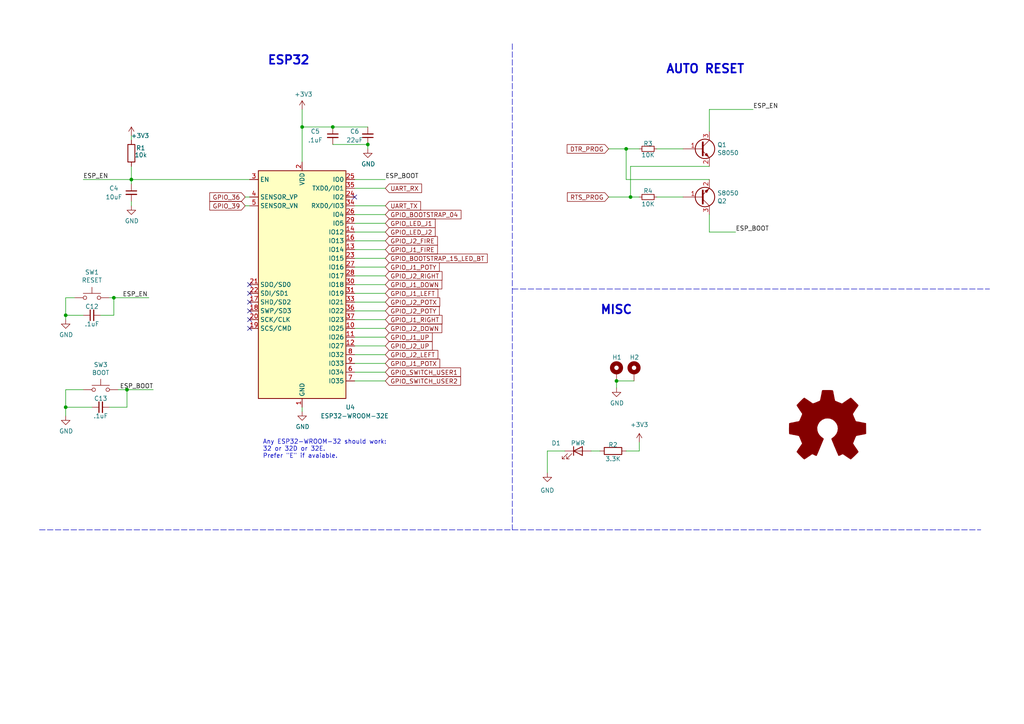
<source format=kicad_sch>
(kicad_sch (version 20211123) (generator eeschema)
  (paper "A4")
  (title_block (title "Unijoysticle 2 A500") (date "2022-05-15") (rev "B") (company "Ricardo Quesada"))
  (lib_symbols
    (symbol "Device:C_Small" (pin_numbers hide) (pin_names (offset 0.254) hide)
      (property "Reference" "C" (at 0.254 1.778 0))
      (property "Value" "C_Small" (at 0.254 -2.032 0))
      (symbol "C_Small_0_1"
        (polyline (pts (xy -1.524 -0.508) (xy 1.524 -0.508)) (stroke (width 0.3302)))
        (polyline (pts (xy -1.524 0.508) (xy 1.524 0.508)) (stroke (width 0.3048)))
      )
      (symbol "C_Small_1_1"
        (pin passive line (at 0 2.54 270) (length 2.032) (name "~") (number "1"))
        (pin passive line (at 0 -2.54 90) (length 2.032) (name "~") (number "2"))
      )
    )
    (symbol "Device:LED" (pin_numbers hide) (pin_names (offset 1.016) hide)
      (property "Reference" "D" (at 0 2.54 0))
      (property "Value" "LED" (at 0 -2.54 0))
      (symbol "LED_0_1"
        (polyline (pts (xy -1.27 -1.27) (xy -1.27 1.27)) (stroke (width 0.254)))
        (polyline (pts (xy -1.27 0) (xy 1.27 0)))
        (polyline (pts (xy 1.27 -1.27) (xy 1.27 1.27) (xy -1.27 0) (xy 1.27 -1.27)) (stroke (width 0.254)))
        (polyline (pts (xy -3.048 -0.762) (xy -4.572 -2.286) (xy -3.81 -2.286) (xy -4.572 -2.286) (xy -4.572 -1.524)))
        (polyline (pts (xy -1.778 -0.762) (xy -3.302 -2.286) (xy -2.54 -2.286) (xy -3.302 -2.286) (xy -3.302 -1.524)))
      )
      (symbol "LED_1_1"
        (pin passive line (at -3.81 0 0) (length 2.54) (name "K") (number "1"))
        (pin passive line (at 3.81 0 180) (length 2.54) (name "A") (number "2"))
      )
    )
    (symbol "Device:Q_NPN_BEC" (pin_names (offset 0) hide)
      (property "Reference" "Q" (at 5.08 1.27 0))
      (property "Value" "Q_NPN_BEC" (at 5.08 -1.27 0))
      (symbol "Q_NPN_BEC_0_1"
        (polyline (pts (xy 0.635 0.635) (xy 2.54 2.54)))
        (polyline (pts (xy 0.635 -0.635) (xy 2.54 -2.54) (xy 2.54 -2.54)))
        (polyline (pts (xy 0.635 1.905) (xy 0.635 -1.905) (xy 0.635 -1.905)) (stroke (width 0.508)))
        (polyline (pts (xy 1.27 -1.778) (xy 1.778 -1.27) (xy 2.286 -2.286) (xy 1.27 -1.778) (xy 1.27 -1.778)) (fill (type outline)))
        (circle (center 1.27 0) (radius 2.8194) (stroke (width 0.254)))
      )
      (symbol "Q_NPN_BEC_1_1"
        (pin input line (at -5.08 0 0) (length 5.715) (name "B") (number "1"))
        (pin passive line (at 2.54 -5.08 90) (length 2.54) (name "E") (number "2"))
        (pin passive line (at 2.54 5.08 270) (length 2.54) (name "C") (number "3"))
      )
    )
    (symbol "Device:R" (pin_numbers hide) (pin_names (offset 0))
      (property "Reference" "R" (at 2.032 0 90))
      (property "Value" "R" (at 0 0 90))
      (symbol "R_0_1"
        (rectangle (start -1.016 -2.54) (end 1.016 2.54) (stroke (width 0.254)))
      )
      (symbol "R_1_1"
        (pin passive line (at 0 3.81 270) (length 1.27) (name "~") (number "1"))
        (pin passive line (at 0 -3.81 90) (length 1.27) (name "~") (number "2"))
      )
    )
    (symbol "Device:R_Small" (pin_numbers hide) (pin_names (offset 0.254) hide)
      (property "Reference" "R" (at 0.762 0.508 0))
      (property "Value" "R_Small" (at 0.762 -1.016 0))
      (symbol "R_Small_0_1"
        (rectangle (start -0.762 1.778) (end 0.762 -1.778) (stroke (width 0.2032)))
      )
      (symbol "R_Small_1_1"
        (pin passive line (at 0 2.54 270) (length 0.762) (name "~") (number "1"))
        (pin passive line (at 0 -2.54 90) (length 0.762) (name "~") (number "2"))
      )
    )
    (symbol "Graphic:Logo_Open_Hardware_Large" (pin_names (offset 1.016))
      (symbol "Logo_Open_Hardware_Large_1_1"
        (polyline (pts (xy 6.731 -8.7122) (xy 6.6294 -8.6614) (xy 6.35 -8.4836) (xy 5.9944 -8.255) (xy 5.5372 -7.9502) (xy 5.1054 -7.6454) (xy 4.7498 -7.4168) (xy 4.4958 -7.239) (xy 4.3942 -7.1882) (xy 4.318 -7.2136) (xy 4.1148 -7.3152) (xy 3.81 -7.4676) (xy 3.6322 -7.5692) (xy 3.3528 -7.6708) (xy 3.2258 -7.6962) (xy 3.2004 -7.6708) (xy 3.0988 -7.4676) (xy 2.9464 -7.0866) (xy 2.7178 -6.604) (xy 2.4892 -6.0452) (xy 2.2352 -5.4356) (xy 1.9558 -4.826) (xy 1.7272 -4.2164) (xy 1.4986 -3.683) (xy 1.3208 -3.2512) (xy 1.2192 -2.9464) (xy 1.1684 -2.8194) (xy 1.1938 -2.794) (xy 1.3208 -2.667) (xy 1.5748 -2.4892) (xy 2.0828 -2.0574) (xy 2.6162 -1.397) (xy 2.921 -0.6604) (xy 3.048 0.1524) (xy 2.9464 0.9144) (xy 2.6416 1.6256) (xy 2.1336 2.286) (xy 1.524 2.7686) (xy 0.8128 3.0734) (xy 0 3.175) (xy -0.762 3.0988) (xy -1.4986 2.794) (xy -2.159 2.286) (xy -2.4384 1.9812) (xy -2.8194 1.3208) (xy -3.048 0.6096) (xy -3.0734 0.4318) (xy -3.0226 -0.3556) (xy -2.794 -1.0922) (xy -2.3876 -1.7526) (xy -1.8288 -2.3114) (xy -1.7526 -2.3622) (xy -1.4732 -2.5654) (xy -1.2954 -2.6924) (xy -1.1684 -2.8194) (xy -2.159 -5.207) (xy -2.3114 -5.588) (xy -2.5908 -6.2484) (xy -2.8194 -6.8072) (xy -3.0226 -7.2644) (xy -3.1496 -7.5692) (xy -3.2258 -7.6708) (xy -3.2258 -7.6962) (xy -3.302 -7.6962) (xy -3.4798 -7.6454) (xy -3.8354 -7.4676) (xy -4.0386 -7.366) (xy -4.2926 -7.239) (xy -4.4196 -7.1882) (xy -4.5212 -7.239) (xy -4.7498 -7.3914) (xy -5.1054 -7.6454) (xy -5.5372 -7.9248) (xy -5.9436 -8.2042) (xy -6.3246 -8.4582) (xy -6.604 -8.636) (xy -6.731 -8.7122) (xy -6.7564 -8.7122) (xy -6.858 -8.636) (xy -7.0866 -8.4582) (xy -7.4168 -8.1534) (xy -7.874 -7.6962) (xy -7.9502 -7.62) (xy -8.3312 -7.239) (xy -8.636 -6.9088) (xy -8.8392 -6.6802) (xy -8.9154 -6.5786) (xy -8.9154 -6.5786) (xy -8.8392 -6.4516) (xy -8.6614 -6.1722) (xy -8.4328 -5.7912) (xy -8.128 -5.3594) (xy -7.3152 -4.191) (xy -7.7724 -3.0988) (xy -7.8994 -2.7686) (xy -8.0772 -2.3622) (xy -8.2042 -2.0828) (xy -8.255 -1.9558) (xy -8.382 -1.905) (xy -8.6614 -1.8542) (xy -9.0932 -1.7526) (xy -9.6266 -1.651) (xy -10.1092 -1.5748) (xy -10.541 -1.4732) (xy -10.8712 -1.4224) (xy -11.0236 -1.397) (xy -11.049 -1.3716) (xy -11.0744 -1.2954) (xy -11.0998 -1.143) (xy -11.0998 -0.889) (xy -11.1252 -0.4572) (xy -11.1252 0.1524) (xy -11.1252 0.2286) (xy -11.0998 0.8128) (xy -11.0998 1.27) (xy -11.0744 1.5494) (xy -11.0744 1.6764) (xy -11.0744 1.6764) (xy -10.922 1.7018) (xy -10.6172 1.778) (xy -10.16 1.8542) (xy -9.652 1.9558) (xy -9.6012 1.9812) (xy -9.0932 2.0828) (xy -8.636 2.159) (xy -8.3312 2.2352) (xy -8.2042 2.286) (xy -8.1788 2.3114) (xy -8.0772 2.5146) (xy -7.9248 2.8448) (xy -7.747 3.2512) (xy -7.5692 3.6576) (xy -7.4168 4.0386) (xy -7.3152 4.318) (xy -7.2898 4.445) (xy -7.2898 4.445) (xy -7.366 4.572) (xy -7.5438 4.826) (xy -7.7978 5.207) (xy -8.128 5.6642) (xy -8.128 5.6896) (xy -8.4328 6.1468) (xy -8.6868 6.5278) (xy -8.8392 6.7818) (xy -8.9154 6.9088) (xy -8.9154 6.9088) (xy -8.8138 7.0358) (xy -8.5852 7.2898) (xy -8.255 7.6454) (xy -7.874 8.0264) (xy -7.747 8.1534) (xy -7.3152 8.5852) (xy -7.0104 8.8646) (xy -6.8326 8.9916) (xy -6.731 9.0424) (xy -6.731 9.0424) (xy -6.604 8.9408) (xy -6.3246 8.763) (xy -5.9436 8.509) (xy -5.4864 8.2042) (xy -5.461 8.1788) (xy -5.0038 7.874) (xy -4.6482 7.62) (xy -4.3688 7.4422) (xy -4.2672 7.3914) (xy -4.2418 7.3914) (xy -4.064 7.4422) (xy -3.7338 7.5438) (xy -3.3528 7.6962) (xy -2.9464 7.874) (xy -2.5654 8.0264) (xy -2.286 8.1534) (xy -2.159 8.2296) (xy -2.159 8.2296) (xy -2.1082 8.382) (xy -2.032 8.7122) (xy -1.9304 9.1694) (xy -1.8288 9.7282) (xy -1.8034 9.8044) (xy -1.7018 10.3378) (xy -1.6256 10.7696) (xy -1.5748 11.0744) (xy -1.524 11.2014) (xy -1.4478 11.2268) (xy -1.1938 11.2522) (xy -0.8128 11.2522) (xy -0.3302 11.2522) (xy 0.1524 11.2522) (xy 0.6604 11.2522) (xy 1.0668 11.2268) (xy 1.3716 11.2014) (xy 1.4986 11.176) (xy 1.4986 11.176) (xy 1.5494 11.0236) (xy 1.6256 10.6934) (xy 1.7018 10.2108) (xy 1.8288 9.6774) (xy 1.8288 9.5758) (xy 1.9304 9.0424) (xy 2.032 8.6106) (xy 2.0828 8.3058) (xy 2.1336 8.2042) (xy 2.159 8.1788) (xy 2.3876 8.0772) (xy 2.7432 7.9248) (xy 3.175 7.747) (xy 4.191 7.3406) (xy 5.461 8.2042) (xy 5.5626 8.2804) (xy 6.0198 8.5852) (xy 6.3754 8.8392) (xy 6.6294 8.9916) (xy 6.7564 9.0424) (xy 6.7564 9.0424) (xy 6.8834 8.9408) (xy 7.1374 8.7122) (xy 7.4676 8.382) (xy 7.8486 7.9756) (xy 8.1534 7.6962) (xy 8.4836 7.3406) (xy 8.7122 7.112) (xy 8.8392 6.9596) (xy 8.8646 6.858) (xy 8.8646 6.8072) (xy 8.7884 6.6802) (xy 8.6106 6.4008) (xy 8.3312 6.0198) (xy 8.0264 5.588) (xy 7.7978 5.207) (xy 7.5184 4.8006) (xy 7.3406 4.4958) (xy 7.2898 4.3434) (xy 7.2898 4.2926) (xy 7.3914 4.0386) (xy 7.5184 3.683) (xy 7.7216 3.2258) (xy 8.1534 2.2352) (xy 8.7884 2.1082) (xy 9.1948 2.0574) (xy 9.7536 1.9304) (xy 10.2616 1.8288) (xy 11.0998 1.6764) (xy 11.1252 -1.3208) (xy 10.9982 -1.3716) (xy 10.8712 -1.397) (xy 10.5664 -1.4732) (xy 10.1346 -1.5494) (xy 9.6266 -1.651) (xy 9.1948 -1.7272) (xy 8.7376 -1.8288) (xy 8.4328 -1.8796) (xy 8.2804 -1.905) (xy 8.255 -1.9558) (xy 8.1534 -2.159) (xy 7.9756 -2.5146) (xy 7.8232 -2.921) (xy 7.6454 -3.3274) (xy 7.493 -3.7338) (xy 7.366 -4.0132) (xy 7.3406 -4.191) (xy 7.3914 -4.2926) (xy 7.5692 -4.5466) (xy 7.7978 -4.9276) (xy 8.1026 -5.3594) (xy 8.4074 -5.7912) (xy 8.6614 -6.1722) (xy 8.8138 -6.4262) (xy 8.89 -6.5532) (xy 8.8646 -6.6548) (xy 8.6868 -6.858) (xy 8.3566 -7.1882) (xy 7.874 -7.6708) (xy 7.7978 -7.747) (xy 7.3914 -8.128) (xy 7.0612 -8.4328) (xy 6.8326 -8.636) (xy 6.731 -8.7122)) (fill (type outline)))
      )
    )
    (symbol "Mechanical:MountingHole_Pad" (pin_numbers hide) (pin_names (offset 1.016) hide)
      (property "Reference" "H" (at 0 6.35 0))
      (property "Value" "MountingHole_Pad" (at 0 4.445 0))
      (symbol "MountingHole_Pad_0_1"
        (circle (center 0 1.27) (radius 1.27) (stroke (width 1.27)))
      )
      (symbol "MountingHole_Pad_1_1"
        (pin input line (at 0 -2.54 90) (length 2.54) (name "1") (number "1"))
      )
    )
    (symbol "RF_Module:ESP32-WROOM-32D"
      (property "Reference" "U" (at -12.7 34.29 0))
      (property "Value" "ESP32-WROOM-32D" (at 1.27 34.29 0))
      (symbol "ESP32-WROOM-32D_0_1"
        (rectangle (start -12.7 33.02) (end 12.7 -33.02) (stroke (width 0.254)) (fill (type background)))
      )
      (symbol "ESP32-WROOM-32D_1_1"
        (pin power_in line (at 0 -35.56 90) (length 2.54) (name "GND") (number "1"))
        (pin bidirectional line (at 15.24 -12.7 180) (length 2.54) (name "IO25") (number "10"))
        (pin bidirectional line (at 15.24 -15.24 180) (length 2.54) (name "IO26") (number "11"))
        (pin bidirectional line (at 15.24 -17.78 180) (length 2.54) (name "IO27") (number "12"))
        (pin bidirectional line (at 15.24 10.16 180) (length 2.54) (name "IO14") (number "13"))
        (pin bidirectional line (at 15.24 15.24 180) (length 2.54) (name "IO12") (number "14"))
        (pin passive line (at 0 -35.56 90) (length 2.54) hide (name "GND") (number "15"))
        (pin bidirectional line (at 15.24 12.7 180) (length 2.54) (name "IO13") (number "16"))
        (pin bidirectional line (at -15.24 -5.08 0) (length 2.54) (name "SHD/SD2") (number "17"))
        (pin bidirectional line (at -15.24 -7.62 0) (length 2.54) (name "SWP/SD3") (number "18"))
        (pin bidirectional line (at -15.24 -12.7 0) (length 2.54) (name "SCS/CMD") (number "19"))
        (pin power_in line (at 0 35.56 270) (length 2.54) (name "VDD") (number "2"))
        (pin bidirectional line (at -15.24 -10.16 0) (length 2.54) (name "SCK/CLK") (number "20"))
        (pin bidirectional line (at -15.24 0 0) (length 2.54) (name "SDO/SD0") (number "21"))
        (pin bidirectional line (at -15.24 -2.54 0) (length 2.54) (name "SDI/SD1") (number "22"))
        (pin bidirectional line (at 15.24 7.62 180) (length 2.54) (name "IO15") (number "23"))
        (pin bidirectional line (at 15.24 25.4 180) (length 2.54) (name "IO2") (number "24"))
        (pin bidirectional line (at 15.24 30.48 180) (length 2.54) (name "IO0") (number "25"))
        (pin bidirectional line (at 15.24 20.32 180) (length 2.54) (name "IO4") (number "26"))
        (pin bidirectional line (at 15.24 5.08 180) (length 2.54) (name "IO16") (number "27"))
        (pin bidirectional line (at 15.24 2.54 180) (length 2.54) (name "IO17") (number "28"))
        (pin bidirectional line (at 15.24 17.78 180) (length 2.54) (name "IO5") (number "29"))
        (pin input line (at -15.24 30.48 0) (length 2.54) (name "EN") (number "3"))
        (pin bidirectional line (at 15.24 0 180) (length 2.54) (name "IO18") (number "30"))
        (pin bidirectional line (at 15.24 -2.54 180) (length 2.54) (name "IO19") (number "31"))
        (pin no_connect line (at -12.7 -27.94 0) (length 2.54) hide (name "NC") (number "32"))
        (pin bidirectional line (at 15.24 -5.08 180) (length 2.54) (name "IO21") (number "33"))
        (pin bidirectional line (at 15.24 22.86 180) (length 2.54) (name "RXD0/IO3") (number "34"))
        (pin bidirectional line (at 15.24 27.94 180) (length 2.54) (name "TXD0/IO1") (number "35"))
        (pin bidirectional line (at 15.24 -7.62 180) (length 2.54) (name "IO22") (number "36"))
        (pin bidirectional line (at 15.24 -10.16 180) (length 2.54) (name "IO23") (number "37"))
        (pin passive line (at 0 -35.56 90) (length 2.54) hide (name "GND") (number "38"))
        (pin passive line (at 0 -35.56 90) (length 2.54) hide (name "GND") (number "39"))
        (pin input line (at -15.24 25.4 0) (length 2.54) (name "SENSOR_VP") (number "4"))
        (pin input line (at -15.24 22.86 0) (length 2.54) (name "SENSOR_VN") (number "5"))
        (pin input line (at 15.24 -25.4 180) (length 2.54) (name "IO34") (number "6"))
        (pin input line (at 15.24 -27.94 180) (length 2.54) (name "IO35") (number "7"))
        (pin bidirectional line (at 15.24 -20.32 180) (length 2.54) (name "IO32") (number "8"))
        (pin bidirectional line (at 15.24 -22.86 180) (length 2.54) (name "IO33") (number "9"))
      )
    )
    (symbol "Switch:SW_Push" (pin_numbers hide) (pin_names (offset 1.016) hide)
      (property "Reference" "SW" (at 1.27 2.54 0))
      (property "Value" "SW_Push" (at 0 -1.524 0))
      (symbol "SW_Push_0_1"
        (circle (center -2.032 0) (radius 0.508))
        (polyline (pts (xy 0 1.27) (xy 0 3.048)))
        (polyline (pts (xy 2.54 1.27) (xy -2.54 1.27)))
        (circle (center 2.032 0) (radius 0.508))
        (pin passive line (at -5.08 0 0) (length 2.54) (name "1") (number "1"))
        (pin passive line (at 5.08 0 180) (length 2.54) (name "2") (number "2"))
      )
    )
    (symbol "power:+3V3" (power) (pin_names (offset 0))
      (property "Value" "+3V3" (at 0 3.556 0))
      (symbol "+3V3_0_1"
        (polyline (pts (xy -0.762 1.27) (xy 0 2.54)))
        (polyline (pts (xy 0 0) (xy 0 2.54)))
        (polyline (pts (xy 0 2.54) (xy 0.762 1.27)))
      )
      (symbol "+3V3_1_1"
        (pin power_in line (at 0 0 90) (length 0) hide (name "+3V3") (number "1"))
      )
    )
    (symbol "power:GND" (power) (pin_names (offset 0))
      (property "Value" "GND" (at 0 -3.81 0))
      (symbol "GND_0_1"
        (polyline (pts (xy 0 0) (xy 0 -1.27) (xy 1.27 -1.27) (xy 0 -2.54) (xy -1.27 -1.27) (xy 0 -1.27)))
      )
      (symbol "GND_1_1"
        (pin power_in line (at 0 0 270) (length 0) hide (name "GND") (number "1"))
      )
    )
  )
  (junction (at 36.83 113.03))
  (junction (at 96.52 36.83))
  (junction (at 106.68 41.91))
  (junction (at 181.61 43.18))
  (junction (at 178.816 110.49))
  (junction (at 33.02 86.36))
  (junction (at 38.1 52.07))
  (junction (at 19.05 118.11))
  (junction (at 182.88 57.15))
  (junction (at 87.63 36.83))
  (junction (at 19.05 91.44))
  (no_connect (at 72.39 92.71))
  (no_connect (at 72.39 90.17))
  (no_connect (at 72.39 95.25))
  (no_connect (at 72.39 82.55))
  (no_connect (at 72.39 87.63))
  (no_connect (at 72.39 85.09))
  (no_connect (at 102.87 57.15))
  (wire (pts (xy 38.1 52.07) (xy 24.13 52.07)))
  (wire (pts (xy 38.1 48.26) (xy 38.1 52.07)))
  (wire (pts (xy 38.1 58.42) (xy 38.1 59.69)))
  (wire (pts (xy 205.74 38.1) (xy 205.74 31.75)))
  (polyline (pts (xy 11.43 153.67) (xy 148.59 153.67)))
  (wire (pts (xy 185.42 128.27) (xy 185.42 130.81)))
  (wire (pts (xy 102.87 67.31) (xy 111.76 67.31)))
  (wire (pts (xy 102.87 90.17) (xy 111.76 90.17)))
  (wire (pts (xy 19.05 86.36) (xy 19.05 91.44)))
  (wire (pts (xy 102.87 59.69) (xy 111.76 59.69)))
  (wire (pts (xy 102.87 110.49) (xy 111.76 110.49)))
  (wire (pts (xy 31.75 86.36) (xy 33.02 86.36)))
  (polyline (pts (xy 148.59 83.82) (xy 287.02 83.82)))
  (wire (pts (xy 102.87 74.93) (xy 111.76 74.93)))
  (wire (pts (xy 102.87 62.23) (xy 111.76 62.23)))
  (wire (pts (xy 36.83 113.03) (xy 36.83 118.11)))
  (wire (pts (xy 205.74 52.07) (xy 181.61 52.07)))
  (wire (pts (xy 38.1 52.07) (xy 72.39 52.07)))
  (wire (pts (xy 34.29 113.03) (xy 36.83 113.03)))
  (wire (pts (xy 72.39 57.15) (xy 71.12 57.15)))
  (wire (pts (xy 96.52 41.91) (xy 106.68 41.91)))
  (wire (pts (xy 102.87 77.47) (xy 111.76 77.47)))
  (wire (pts (xy 102.87 85.09) (xy 111.76 85.09)))
  (wire (pts (xy 102.87 92.71) (xy 111.76 92.71)))
  (wire (pts (xy 102.87 107.95) (xy 111.76 107.95)))
  (wire (pts (xy 102.87 80.01) (xy 111.76 80.01)))
  (wire (pts (xy 205.74 62.23) (xy 205.74 67.31)))
  (wire (pts (xy 87.63 36.83) (xy 87.63 46.99)))
  (wire (pts (xy 158.75 130.81) (xy 158.75 137.16)))
  (wire (pts (xy 71.12 59.69) (xy 72.39 59.69)))
  (wire (pts (xy 163.83 130.81) (xy 158.75 130.81)))
  (wire (pts (xy 33.02 86.36) (xy 33.02 91.44)))
  (wire (pts (xy 33.02 91.44) (xy 29.21 91.44)))
  (polyline (pts (xy 148.59 12.7) (xy 148.59 153.67)))
  (wire (pts (xy 19.05 113.03) (xy 24.13 113.03)))
  (wire (pts (xy 190.5 57.15) (xy 198.12 57.15)))
  (wire (pts (xy 19.05 91.44) (xy 19.05 92.71)))
  (wire (pts (xy 102.87 69.85) (xy 111.76 69.85)))
  (wire (pts (xy 87.63 31.75) (xy 87.63 36.83)))
  (wire (pts (xy 21.59 86.36) (xy 19.05 86.36)))
  (wire (pts (xy 38.1 52.07) (xy 38.1 53.34)))
  (wire (pts (xy 102.87 52.07) (xy 111.76 52.07)))
  (wire (pts (xy 102.87 64.77) (xy 111.76 64.77)))
  (wire (pts (xy 19.05 91.44) (xy 24.13 91.44)))
  (wire (pts (xy 102.87 72.39) (xy 111.76 72.39)))
  (wire (pts (xy 178.816 110.49) (xy 178.816 112.522)))
  (wire (pts (xy 183.896 110.49) (xy 178.816 110.49)))
  (wire (pts (xy 87.63 36.83) (xy 96.52 36.83)))
  (wire (pts (xy 181.61 130.81) (xy 185.42 130.81)))
  (wire (pts (xy 96.52 36.83) (xy 106.68 36.83)))
  (polyline (pts (xy 148.59 153.67) (xy 284.48 153.67)))
  (wire (pts (xy 106.68 41.91) (xy 106.68 43.18)))
  (wire (pts (xy 19.05 118.11) (xy 26.67 118.11)))
  (wire (pts (xy 171.45 130.81) (xy 173.99 130.81)))
  (wire (pts (xy 205.74 31.75) (xy 218.44 31.75)))
  (wire (pts (xy 190.5 43.18) (xy 198.12 43.18)))
  (wire (pts (xy 87.63 118.11) (xy 87.63 119.38)))
  (wire (pts (xy 38.1 39.37) (xy 38.1 40.64)))
  (wire (pts (xy 182.88 48.26) (xy 182.88 57.15)))
  (wire (pts (xy 102.87 54.61) (xy 111.76 54.61)))
  (wire (pts (xy 102.87 95.25) (xy 111.76 95.25)))
  (wire (pts (xy 205.74 67.31) (xy 213.36 67.31)))
  (wire (pts (xy 181.61 52.07) (xy 181.61 43.18)))
  (wire (pts (xy 102.87 100.33) (xy 111.76 100.33)))
  (wire (pts (xy 36.83 113.03) (xy 44.45 113.03)))
  (wire (pts (xy 176.53 43.18) (xy 181.61 43.18)))
  (wire (pts (xy 36.83 118.11) (xy 31.75 118.11)))
  (wire (pts (xy 205.74 48.26) (xy 182.88 48.26)))
  (wire (pts (xy 102.87 82.55) (xy 111.76 82.55)))
  (wire (pts (xy 19.05 118.11) (xy 19.05 120.65)))
  (wire (pts (xy 176.53 57.15) (xy 182.88 57.15)))
  (wire (pts (xy 102.87 102.87) (xy 111.76 102.87)))
  (wire (pts (xy 102.87 97.79) (xy 111.76 97.79)))
  (wire (pts (xy 102.87 105.41) (xy 111.76 105.41)))
  (wire (pts (xy 33.02 86.36) (xy 43.18 86.36)))
  (wire (pts (xy 19.05 113.03) (xy 19.05 118.11)))
  (wire (pts (xy 181.61 43.18) (xy 185.42 43.18)))
  (wire (pts (xy 102.87 87.63) (xy 111.76 87.63)))
  (wire (pts (xy 182.88 57.15) (xy 185.42 57.15)))
  (text "ESP32" (at 77.47 19.05 0) (effects (font (size 2.4892 2.4892) (thickness 0.4978) bold) (justify left bottom)))
  (text "MISC" (at 173.99 91.44 0) (effects (font (size 2.4892 2.4892) (thickness 0.4978) bold) (justify left bottom)))
  (text "Any ESP32-WROOM-32 should work:\n32 or 32D or 32E.\nPrefer \"E\" if avaiable." (at 76.2 133.096 0) (effects (font (size 1.27 1.27)) (justify left bottom)))
  (text "AUTO RESET" (at 193.04 21.59 0) (effects (font (size 2.4892 2.4892) (thickness 0.4978) bold) (justify left bottom)))
  (label "ESP_BOOT" (at 44.45 113.03 180))
  (label "ESP_EN" (at 218.44 31.75 0))
  (label "ESP_EN" (at 24.13 52.07 0))
  (label "ESP_EN" (at 35.56 86.36 0))
  (label "ESP_BOOT" (at 111.76 52.07 0))
  (label "ESP_BOOT" (at 213.36 67.31 0))
  (global_label "GPIO_J1_DOWN" (shape input) (at 111.76 82.55 0) (property "Intersheet References" "${INTERSHEET_REFS}" (effects hide)))
  (global_label "GPIO_BOOTSTRAP_04" (shape input) (at 111.76 62.23 0) (property "Intersheet References" "${INTERSHEET_REFS}" (effects hide)))
  (global_label "UART_RX" (shape input) (at 111.76 54.61 0) (property "Intersheet References" "${INTERSHEET_REFS}" (effects hide)))
  (global_label "GPIO_SWITCH_USER1" (shape input) (at 111.76 107.95 0) (property "Intersheet References" "${INTERSHEET_REFS}" (effects hide)))
  (global_label "GPIO_LED_J2" (shape input) (at 111.76 67.31 0) (property "Intersheet References" "${INTERSHEET_REFS}" (effects hide)))
  (global_label "GPIO_J2_RIGHT" (shape input) (at 111.76 80.01 0) (property "Intersheet References" "${INTERSHEET_REFS}" (effects hide)))
  (global_label "DTR_PROG" (shape input) (at 176.53 43.18 180) (property "Intersheet References" "${INTERSHEET_REFS}" (effects hide)))
  (global_label "GPIO_39" (shape input) (at 71.12 59.69 180) (property "Intersheet References" "${INTERSHEET_REFS}" (effects hide)))
  (global_label "GPIO_J2_UP" (shape input) (at 111.76 100.33 0) (property "Intersheet References" "${INTERSHEET_REFS}" (effects hide)))
  (global_label "GPIO_J2_DOWN" (shape input) (at 111.76 95.25 0) (property "Intersheet References" "${INTERSHEET_REFS}" (effects hide)))
  (global_label "GPIO_J2_FIRE" (shape input) (at 111.76 69.85 0) (property "Intersheet References" "${INTERSHEET_REFS}" (effects hide)))
  (global_label "GPIO_J1_UP" (shape input) (at 111.76 97.79 0) (property "Intersheet References" "${INTERSHEET_REFS}" (effects hide)))
  (global_label "GPIO_J1_POTY" (shape input) (at 111.76 77.47 0) (property "Intersheet References" "${INTERSHEET_REFS}" (effects hide)))
  (global_label "GPIO_J2_POTY" (shape input) (at 111.76 90.17 0) (property "Intersheet References" "${INTERSHEET_REFS}" (effects hide)))
  (global_label "GPIO_BOOTSTRAP_15_LED_BT" (shape input) (at 111.76 74.93 0) (property "Intersheet References" "${INTERSHEET_REFS}" (effects hide)))
  (global_label "GPIO_SWITCH_USER2" (shape input) (at 111.76 110.49 0) (property "Intersheet References" "${INTERSHEET_REFS}" (effects hide)))
  (global_label "UART_TX" (shape input) (at 111.76 59.69 0) (property "Intersheet References" "${INTERSHEET_REFS}" (effects hide)))
  (global_label "GPIO_J1_FIRE" (shape input) (at 111.76 72.39 0) (property "Intersheet References" "${INTERSHEET_REFS}" (effects hide)))
  (global_label "GPIO_J1_POTX" (shape input) (at 111.76 105.41 0) (property "Intersheet References" "${INTERSHEET_REFS}" (effects hide)))
  (global_label "GPIO_J2_POTX" (shape input) (at 111.76 87.63 0) (property "Intersheet References" "${INTERSHEET_REFS}" (effects hide)))
  (global_label "GPIO_J1_RIGHT" (shape input) (at 111.76 92.71 0) (property "Intersheet References" "${INTERSHEET_REFS}" (effects hide)))
  (global_label "GPIO_LED_J1" (shape input) (at 111.76 64.77 0) (property "Intersheet References" "${INTERSHEET_REFS}" (effects hide)))
  (global_label "GPIO_J2_LEFT" (shape input) (at 111.76 102.87 0) (property "Intersheet References" "${INTERSHEET_REFS}" (effects hide)))
  (global_label "GPIO_J1_LEFT" (shape input) (at 111.76 85.09 0) (property "Intersheet References" "${INTERSHEET_REFS}" (effects hide)))
  (global_label "RTS_PROG" (shape input) (at 176.53 57.15 180) (property "Intersheet References" "${INTERSHEET_REFS}" (effects hide)))
  (global_label "GPIO_36" (shape input) (at 71.12 57.15 180) (property "Intersheet References" "${INTERSHEET_REFS}" (effects hide)))
  (symbol (lib_id "RF_Module:ESP32-WROOM-32D") (at 87.63 82.55 0) (unit 1)
    (property "Reference" "U4" (at 101.6 118.11 0))
    (property "Value" "ESP32-WROOM-32E" (at 102.87 120.65 0))
    (property "Footprint" "RF_Module:ESP32-WROOM-32" (effects hide))
    (property "Datasheet" "https://www.espressif.com/sites/default/files/documentation/esp32-wroom-32d_esp32-wroom-32u_datasheet_en.pdf" (effects hide))
  )
  (symbol (lib_id "power:GND") (at 87.63 119.38 0) (unit 1)
    (property "Reference" "#PWR016" (effects hide))
    (property "Value" "GND" (at 87.757 123.7742 0))
  )
  (symbol (lib_id "Device:R") (at 38.1 44.45 180) (unit 1)
    (property "Reference" "R1" (at 42.164 42.926 0) (effects (justify left)))
    (property "Value" "10k" (at 42.672 44.958 0) (effects (justify left)))
    (property "Footprint" "Resistor_SMD:R_0805_2012Metric_Pad1.20x1.40mm_HandSolder" (effects hide))
  )
  (symbol (lib_id "power:+3V3") (at 38.1 39.37 0) (unit 1)
    (property "Reference" "#PWR013" (effects hide))
    (property "Value" "+3V3" (at 40.64 39.37 0))
  )
  (symbol (lib_id "power:GND") (at 38.1 59.69 0) (unit 1)
    (property "Reference" "#PWR010" (effects hide))
    (property "Value" "GND" (at 38.227 64.0842 0))
  )
  (symbol (lib_id "power:+3V3") (at 87.63 31.75 0) (unit 1)
    (property "Reference" "#PWR015" (effects hide))
    (property "Value" "+3V3" (at 88.011 27.3558 0))
  )
  (symbol (lib_id "Switch:SW_Push") (at 26.67 86.36 0) (unit 1)
    (property "Reference" "SW1" (at 26.67 78.9686 0))
    (property "Value" "RESET" (at 26.67 81.28 0))
    (property "Footprint" "Button_Switch_THT:SW_Tactile_SPST_Angled_PTS645Vx39-2LFS" (effects hide))
  )
  (symbol (lib_id "power:GND") (at 19.05 92.71 0) (unit 1)
    (property "Reference" "#PWR09" (effects hide))
    (property "Value" "GND" (at 19.177 97.1042 0))
  )
  (symbol (lib_id "Mechanical:MountingHole_Pad") (at 178.816 107.95 0) (unit 1)
    (property "Reference" "H1" (at 177.546 103.632 0) (effects (justify left)))
    (property "Value" "MountingHole_Pad" (effects hide))
    (property "Footprint" "MountingHole:MountingHole_3.2mm_M3_Pad_Via" (effects hide))
  )
  (symbol (lib_id "Mechanical:MountingHole_Pad") (at 183.896 107.95 0) (unit 1)
    (property "Reference" "H2" (at 182.626 103.632 0) (effects (justify left)))
    (property "Value" "MountingHole_Pad" (effects hide))
    (property "Footprint" "MountingHole:MountingHole_3.2mm_M3_Pad_Via" (effects hide))
  )
  (symbol (lib_id "Device:C_Small") (at 26.67 91.44 90) (unit 1)
    (property "Reference" "C12" (at 26.67 88.9 90))
    (property "Value" ".1uF" (at 26.67 93.98 90))
    (property "Footprint" "Capacitor_SMD:C_0805_2012Metric_Pad1.18x1.45mm_HandSolder" (effects hide))
  )
  (symbol (lib_id "power:GND") (at 178.816 112.522 0) (unit 1)
    (property "Reference" "#PWR0104" (effects hide))
    (property "Value" "GND" (at 178.943 116.9162 0))
  )
  (symbol (lib_id "Device:C_Small") (at 38.1 55.88 0) (unit 1)
    (property "Reference" "C4" (at 33.02 54.61 0))
    (property "Value" "10uF" (at 33.02 57.15 0))
    (property "Footprint" "Capacitor_SMD:C_0805_2012Metric_Pad1.18x1.45mm_HandSolder" (effects hide))
  )
  (symbol (lib_id "power:GND") (at 106.68 43.18 0) (unit 1)
    (property "Reference" "#PWR0114" (effects hide))
    (property "Value" "GND" (at 106.807 47.5742 0))
  )
  (symbol (lib_id "Switch:SW_Push") (at 29.21 113.03 0) (unit 1)
    (property "Reference" "SW3" (at 29.21 105.791 0))
    (property "Value" "BOOT" (at 29.21 108.1024 0))
    (property "Footprint" "Unijoysticle:SW_Push_1P1T_NO_5.1x5.1mm" (effects hide))
  )
  (symbol (lib_id "power:GND") (at 19.05 120.65 0) (unit 1)
    (property "Reference" "#PWR0108" (effects hide))
    (property "Value" "GND" (at 19.177 125.0442 0))
  )
  (symbol (lib_id "Device:C_Small") (at 29.21 118.11 90) (unit 1)
    (property "Reference" "C13" (at 29.21 115.57 90))
    (property "Value" ".1uF" (at 29.21 120.65 90))
    (property "Footprint" "Capacitor_SMD:C_0805_2012Metric_Pad1.18x1.45mm_HandSolder" (effects hide))
  )
  (symbol (lib_id "Device:C_Small") (at 106.68 39.37 180) (unit 1)
    (property "Reference" "C6" (at 102.87 38.1 0))
    (property "Value" "22uF" (at 102.87 40.64 0))
    (property "Footprint" "Capacitor_SMD:C_0805_2012Metric_Pad1.18x1.45mm_HandSolder" (effects hide))
  )
  (symbol (lib_id "Device:C_Small") (at 96.52 39.37 0) (unit 1)
    (property "Reference" "C5" (at 91.44 38.1 0))
    (property "Value" ".1uF" (at 91.44 40.64 0))
    (property "Footprint" "Capacitor_SMD:C_0805_2012Metric_Pad1.18x1.45mm_HandSolder" (effects hide))
  )
  (symbol (lib_id "power:+3V3") (at 185.42 128.27 0) (unit 1)
    (property "Reference" "#PWR010" (effects hide))
    (property "Value" "+3V3" (at 185.42 123.19 0))
  )
  (symbol (lib_id "Graphic:Logo_Open_Hardware_Large") (at 240.03 124.46 0) (unit 1)
    (property "Reference" "#LOGO1" (effects hide))
    (property "Value" "Logo_Open_Hardware_Large" (effects hide))
  )
  (symbol (lib_id "power:GND") (at 158.75 137.16 0) (unit 1)
    (property "Reference" "#PWR08" (effects hide))
    (property "Value" "GND" (at 158.75 142.24 0))
  )
  (symbol (lib_id "Device:R_Small") (at 187.96 43.18 270) (unit 1)
    (property "Reference" "R3" (at 187.96 41.656 90))
    (property "Value" "10K" (at 187.96 44.958 90))
    (property "Footprint" "Resistor_SMD:R_0805_2012Metric_Pad1.20x1.40mm_HandSolder" (effects hide))
  )
  (symbol (lib_id "Device:LED") (at 167.64 130.81 0) (unit 1)
    (property "Reference" "D1" (at 161.29 128.524 0))
    (property "Value" "PWR" (at 167.64 128.524 0))
    (property "Footprint" "LED_SMD:LED_0805_2012Metric_Pad1.15x1.40mm_HandSolder" (effects hide))
  )
  (symbol (lib_id "Device:R_Small") (at 187.96 57.15 270) (unit 1)
    (property "Reference" "R4" (at 187.96 55.372 90))
    (property "Value" "10K" (at 187.96 59.182 90))
    (property "Footprint" "Resistor_SMD:R_0805_2012Metric_Pad1.20x1.40mm_HandSolder" (effects hide))
  )
  (symbol (lib_id "Device:Q_NPN_BEC") (at 203.2 57.15 0) (mirror x) (unit 1)
    (property "Reference" "Q2" (at 208.026 58.3184 0) (effects (justify left)))
    (property "Value" "S8050" (at 208.026 56.007 0) (effects (justify left)))
    (property "Footprint" "Package_TO_SOT_SMD:SOT-23" (effects hide))
  )
  (symbol (lib_id "Device:R") (at 177.8 130.81 90) (unit 1)
    (property "Reference" "R2" (at 177.8 129.032 90))
    (property "Value" "3.3K" (at 177.8 133.096 90))
    (property "Footprint" "Resistor_SMD:R_0805_2012Metric_Pad1.20x1.40mm_HandSolder" (effects hide))
  )
  (symbol (lib_id "Device:Q_NPN_BEC") (at 203.2 43.18 0) (unit 1)
    (property "Reference" "Q1" (at 208.026 42.0116 0) (effects (justify left)))
    (property "Value" "S8050" (at 208.026 44.323 0) (effects (justify left)))
    (property "Footprint" "Package_TO_SOT_SMD:SOT-23" (effects hide))
  )
)
</source>
